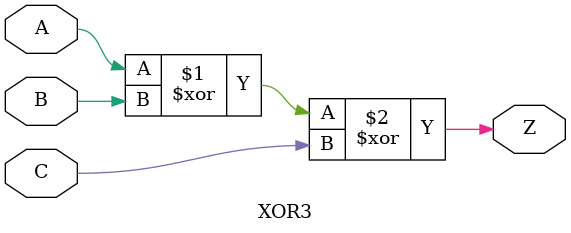
<source format=v>
`resetall
`timescale 1 ns / 1 ps

`celldefine

module XOR3 (A, B, C, Z);
  input A, B, C;
  output Z;

  xor (Z, A, B, C);


endmodule 

`endcelldefine

</source>
